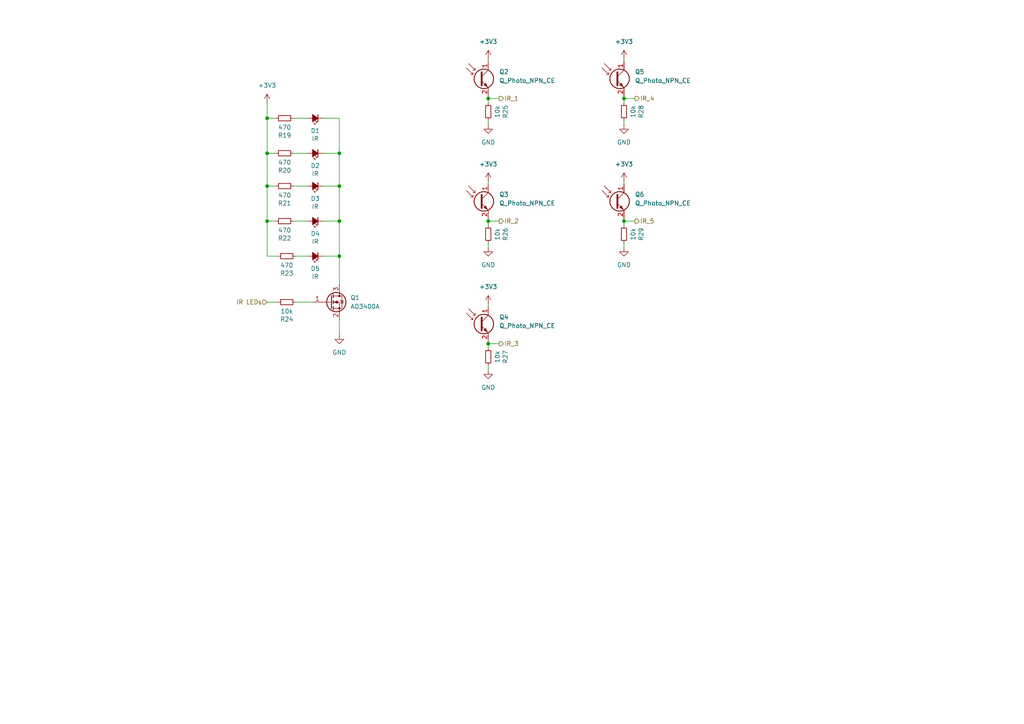
<source format=kicad_sch>
(kicad_sch (version 20210621) (generator eeschema)
  (paper "A4")
  (lib_symbols
    (symbol "Device:LED_Small_ALT" (pin_numbers hide) (pin_names (offset 0.254) hide)
      (property "Reference" "D" (at -1.27 3.175 0))
      (property "Value" "Device_LED_Small_ALT" (at -4.445 -2.54 0))
      (symbol "LED_Small_ALT_0_1"
        (polyline (pts (xy -0.762 -1.016) (xy -0.762 1.016)) (stroke (width 0.254)))
        (polyline (pts (xy 1.016 0) (xy -0.762 0)))
        (polyline (pts (xy 0.762 -1.016) (xy -0.762 0) (xy 0.762 1.016) (xy 0.762 -1.016)) (stroke (width 0.254)) (fill (type outline)))
        (polyline (pts (xy 0 0.762) (xy -0.508 1.27) (xy -0.254 1.27) (xy -0.508 1.27) (xy -0.508 1.016)))
        (polyline (pts (xy 0.508 1.27) (xy 0 1.778) (xy 0.254 1.778) (xy 0 1.778) (xy 0 1.524)))
      )
      (symbol "LED_Small_ALT_1_1"
        (pin passive line (at -2.54 0 0) (length 1.778) (name "K") (number "1"))
        (pin passive line (at 2.54 0 180) (length 1.778) (name "A") (number "2"))
      )
    )
    (symbol "Device:Q_Photo_NPN_CE" (pin_names (offset 0) hide)
      (property "Reference" "Q" (at 5.08 1.27 0))
      (property "Value" "Q_Photo_NPN_CE" (at 5.08 -1.27 0))
      (symbol "Q_Photo_NPN_CE_0_1"
        (polyline (pts (xy -1.905 1.27) (xy -2.54 1.27)))
        (polyline (pts (xy -1.27 2.54) (xy -1.905 2.54)))
        (polyline (pts (xy 0.635 0.635) (xy 2.54 2.54)))
        (polyline (pts (xy -3.81 3.175) (xy -1.905 1.27) (xy -1.905 1.905)))
        (polyline (pts (xy -3.175 4.445) (xy -1.27 2.54) (xy -1.27 3.175)))
        (polyline (pts (xy 0.635 -0.635) (xy 2.54 -2.54) (xy 2.54 -2.54)))
        (polyline (pts (xy 0.635 1.905) (xy 0.635 -1.905) (xy 0.635 -1.905)) (stroke (width 0.508)))
        (polyline (pts (xy 1.27 -1.778) (xy 1.778 -1.27) (xy 2.286 -2.286) (xy 1.27 -1.778) (xy 1.27 -1.778)) (fill (type outline)))
        (circle (center 1.27 0) (radius 2.8194) (stroke (width 0.254)))
      )
      (symbol "Q_Photo_NPN_CE_1_1"
        (pin passive line (at 2.54 5.08 270) (length 2.54) (name "C") (number "1"))
        (pin passive line (at 2.54 -5.08 90) (length 2.54) (name "E") (number "2"))
      )
    )
    (symbol "Device:R_Small" (pin_numbers hide) (pin_names (offset 0.254) hide)
      (property "Reference" "R" (at 0.762 0.508 0))
      (property "Value" "R_Small" (at 0.762 -1.016 0))
      (symbol "R_Small_0_1"
        (rectangle (start -0.762 1.778) (end 0.762 -1.778) (stroke (width 0.2032)))
      )
      (symbol "R_Small_1_1"
        (pin passive line (at 0 2.54 270) (length 0.762) (name "~") (number "1"))
        (pin passive line (at 0 -2.54 90) (length 0.762) (name "~") (number "2"))
      )
    )
    (symbol "Transistor_FET:AO3400A" (pin_names hide)
      (property "Reference" "Q" (at 5.08 1.905 0))
      (property "Value" "AO3400A" (at 5.08 0 0))
      (symbol "AO3400A_0_1"
        (polyline (pts (xy 0.254 0) (xy -2.54 0)))
        (polyline (pts (xy 0.254 1.905) (xy 0.254 -1.905)) (stroke (width 0.254)))
        (polyline (pts (xy 0.762 -1.27) (xy 0.762 -2.286)) (stroke (width 0.254)))
        (polyline (pts (xy 0.762 0.508) (xy 0.762 -0.508)) (stroke (width 0.254)))
        (polyline (pts (xy 0.762 2.286) (xy 0.762 1.27)) (stroke (width 0.254)))
        (polyline (pts (xy 2.54 2.54) (xy 2.54 1.778)))
        (polyline (pts (xy 2.54 -2.54) (xy 2.54 0) (xy 0.762 0)))
        (polyline (pts (xy 0.762 -1.778) (xy 3.302 -1.778) (xy 3.302 1.778) (xy 0.762 1.778)))
        (polyline (pts (xy 1.016 0) (xy 2.032 0.381) (xy 2.032 -0.381) (xy 1.016 0)) (fill (type outline)))
        (polyline (pts (xy 2.794 0.508) (xy 2.921 0.381) (xy 3.683 0.381) (xy 3.81 0.254)))
        (polyline (pts (xy 3.302 0.381) (xy 2.921 -0.254) (xy 3.683 -0.254) (xy 3.302 0.381)))
        (circle (center 1.651 0) (radius 2.794) (stroke (width 0.254)))
        (circle (center 2.54 -1.778) (radius 0.254) (fill (type outline)))
        (circle (center 2.54 1.778) (radius 0.254) (fill (type outline)))
      )
      (symbol "AO3400A_1_1"
        (pin input line (at -5.08 0 0) (length 2.54) (name "G") (number "1"))
        (pin passive line (at 2.54 -5.08 90) (length 2.54) (name "S") (number "2"))
        (pin passive line (at 2.54 5.08 270) (length 2.54) (name "D") (number "3"))
      )
    )
    (symbol "power:+3V3" (power) (pin_names (offset 0))
      (property "Value" "+3V3" (at 0 3.556 0))
      (symbol "+3V3_0_1"
        (polyline (pts (xy -0.762 1.27) (xy 0 2.54)))
        (polyline (pts (xy 0 0) (xy 0 2.54)))
        (polyline (pts (xy 0 2.54) (xy 0.762 1.27)))
      )
      (symbol "+3V3_1_1"
        (pin power_in line (at 0 0 90) (length 0) hide (name "+3V3") (number "1"))
      )
    )
    (symbol "power:GND" (power) (pin_names (offset 0))
      (property "Value" "GND" (at 0 -3.81 0))
      (symbol "GND_0_1"
        (polyline (pts (xy 0 0) (xy 0 -1.27) (xy 1.27 -1.27) (xy 0 -2.54) (xy -1.27 -1.27) (xy 0 -1.27)))
      )
      (symbol "GND_1_1"
        (pin power_in line (at 0 0 270) (length 0) hide (name "GND") (number "1"))
      )
    )
  )
  (junction (at 98.425 74.295))
  (junction (at 98.425 53.975))
  (junction (at 98.425 44.45))
  (junction (at 98.425 64.135))
  (junction (at 77.47 64.135))
  (junction (at 77.47 44.45))
  (junction (at 141.605 64.135))
  (junction (at 77.47 34.29))
  (junction (at 180.975 64.135))
  (junction (at 180.975 28.575))
  (junction (at 141.605 99.695))
  (junction (at 77.47 53.975))
  (junction (at 141.605 28.575))
  (wire (pts (xy 77.47 29.845) (xy 77.47 34.29)))
  (wire (pts (xy 85.09 44.45) (xy 88.9 44.45)))
  (wire (pts (xy 77.47 64.135) (xy 77.47 53.975)))
  (wire (pts (xy 80.01 64.135) (xy 77.47 64.135)))
  (wire (pts (xy 180.975 28.575) (xy 184.15 28.575)))
  (wire (pts (xy 77.47 34.29) (xy 80.01 34.29)))
  (wire (pts (xy 180.975 28.575) (xy 180.975 29.845)))
  (wire (pts (xy 180.975 34.925) (xy 180.975 36.195)))
  (wire (pts (xy 141.605 34.925) (xy 141.605 36.195)))
  (wire (pts (xy 141.605 28.575) (xy 144.78 28.575)))
  (wire (pts (xy 85.725 74.295) (xy 88.9 74.295)))
  (wire (pts (xy 180.975 17.145) (xy 180.975 17.78)))
  (wire (pts (xy 141.605 63.5) (xy 141.605 64.135)))
  (wire (pts (xy 93.98 53.975) (xy 98.425 53.975)))
  (wire (pts (xy 85.09 34.29) (xy 88.9 34.29)))
  (wire (pts (xy 141.605 99.695) (xy 141.605 100.965)))
  (wire (pts (xy 141.605 70.485) (xy 141.605 71.755)))
  (wire (pts (xy 85.725 87.63) (xy 90.805 87.63)))
  (wire (pts (xy 180.975 64.135) (xy 184.15 64.135)))
  (wire (pts (xy 80.01 53.975) (xy 77.47 53.975)))
  (wire (pts (xy 77.47 53.975) (xy 77.47 44.45)))
  (wire (pts (xy 180.975 52.705) (xy 180.975 53.34)))
  (wire (pts (xy 93.98 64.135) (xy 98.425 64.135)))
  (wire (pts (xy 141.605 99.06) (xy 141.605 99.695)))
  (wire (pts (xy 85.09 53.975) (xy 88.9 53.975)))
  (wire (pts (xy 141.605 64.135) (xy 144.78 64.135)))
  (wire (pts (xy 141.605 99.695) (xy 144.78 99.695)))
  (wire (pts (xy 180.975 64.135) (xy 180.975 65.405)))
  (wire (pts (xy 141.605 106.045) (xy 141.605 107.315)))
  (wire (pts (xy 141.605 17.145) (xy 141.605 17.78)))
  (wire (pts (xy 77.47 44.45) (xy 77.47 34.29)))
  (wire (pts (xy 80.01 44.45) (xy 77.47 44.45)))
  (wire (pts (xy 141.605 88.265) (xy 141.605 88.9)))
  (wire (pts (xy 85.09 64.135) (xy 88.9 64.135)))
  (wire (pts (xy 180.975 70.485) (xy 180.975 71.755)))
  (wire (pts (xy 141.605 64.135) (xy 141.605 65.405)))
  (wire (pts (xy 98.425 92.71) (xy 98.425 97.155)))
  (wire (pts (xy 98.425 53.975) (xy 98.425 64.135)))
  (wire (pts (xy 98.425 44.45) (xy 98.425 53.975)))
  (wire (pts (xy 93.98 34.29) (xy 98.425 34.29)))
  (wire (pts (xy 98.425 34.29) (xy 98.425 44.45)))
  (wire (pts (xy 98.425 64.135) (xy 98.425 74.295)))
  (wire (pts (xy 98.425 74.295) (xy 98.425 82.55)))
  (wire (pts (xy 141.605 52.705) (xy 141.605 53.34)))
  (wire (pts (xy 77.47 87.63) (xy 80.645 87.63)))
  (wire (pts (xy 141.605 28.575) (xy 141.605 29.845)))
  (wire (pts (xy 141.605 27.94) (xy 141.605 28.575)))
  (wire (pts (xy 93.98 44.45) (xy 98.425 44.45)))
  (wire (pts (xy 77.47 74.295) (xy 77.47 64.135)))
  (wire (pts (xy 80.645 74.295) (xy 77.47 74.295)))
  (wire (pts (xy 93.98 74.295) (xy 98.425 74.295)))
  (wire (pts (xy 180.975 63.5) (xy 180.975 64.135)))
  (wire (pts (xy 180.975 27.94) (xy 180.975 28.575)))
  (hierarchical_label "IR LEDs" (shape input) (at 77.47 87.63 180))
  (hierarchical_label "IR_2" (shape output) (at 144.78 64.135 0))
  (hierarchical_label "IR_4" (shape output) (at 184.15 28.575 0))
  (hierarchical_label "IR_5" (shape output) (at 184.15 64.135 0))
  (hierarchical_label "IR_1" (shape output) (at 144.78 28.575 0))
  (hierarchical_label "IR_3" (shape output) (at 144.78 99.695 0))
  (symbol (lib_id "power:GND") (at 141.605 107.315 0) (unit 1)
    (property "Reference" "#PWR021" (effects hide))
    (property "Value" "GND" (at 141.605 112.395 0))
  )
  (symbol (lib_id "Device:Q_Photo_NPN_CE") (at 139.065 93.98 0) (unit 1)
    (property "Reference" "Q4" (at 144.78 91.9606 0) (effects (justify left)))
    (property "Value" "Q_Photo_NPN_CE" (at 144.78 94.5006 0) (effects (justify left)))
    (property "Footprint" "LED_THT:LED_D3.0mm_IRBlack" (effects hide))
  )
  (symbol (lib_id "Device:R_Small") (at 141.605 67.945 180) (unit 1)
    (property "Reference" "R26" (at 146.5834 67.945 90))
    (property "Value" "10k" (at 144.272 67.945 90))
    (property "Footprint" "Resistor_SMD:R_0805_2012Metric_Pad1.20x1.40mm_HandSolder" (effects hide))
  )
  (symbol (lib_id "power:GND") (at 141.605 71.755 0) (unit 1)
    (property "Reference" "#PWR019" (effects hide))
    (property "Value" "GND" (at 141.605 76.835 0))
  )
  (symbol (lib_id "Device:R_Small") (at 83.185 74.295 90) (unit 1)
    (property "Reference" "R23" (at 83.185 79.2734 90))
    (property "Value" "470" (at 83.185 76.962 90))
    (property "Footprint" "Resistor_SMD:R_0805_2012Metric_Pad1.20x1.40mm_HandSolder" (effects hide))
  )
  (symbol (lib_id "Device:Q_Photo_NPN_CE") (at 139.065 22.86 0) (unit 1)
    (property "Reference" "Q2" (at 144.78 20.8406 0) (effects (justify left)))
    (property "Value" "Q_Photo_NPN_CE" (at 144.78 23.3806 0) (effects (justify left)))
    (property "Footprint" "LED_THT:LED_D3.0mm_IRBlack" (effects hide))
  )
  (symbol (lib_id "Device:R_Small") (at 82.55 44.45 90) (unit 1)
    (property "Reference" "R20" (at 82.55 49.4284 90))
    (property "Value" "470" (at 82.55 47.117 90))
    (property "Footprint" "Resistor_SMD:R_0805_2012Metric_Pad1.20x1.40mm_HandSolder" (effects hide))
  )
  (symbol (lib_id "Device:R_Small") (at 180.975 32.385 180) (unit 1)
    (property "Reference" "R28" (at 185.9534 32.385 90))
    (property "Value" "10k" (at 183.642 32.385 90))
    (property "Footprint" "Resistor_SMD:R_0805_2012Metric_Pad1.20x1.40mm_HandSolder" (effects hide))
  )
  (symbol (lib_id "power:GND") (at 180.975 36.195 0) (unit 1)
    (property "Reference" "#PWR023" (effects hide))
    (property "Value" "GND" (at 180.975 41.275 0))
  )
  (symbol (lib_id "Device:LED_Small_ALT") (at 91.44 34.29 180) (unit 1)
    (property "Reference" "D1" (at 91.44 37.9222 0))
    (property "Value" "IR" (at 91.44 40.2336 0))
    (property "Footprint" "LED_THT:LED_D5.0mm" (effects hide))
  )
  (symbol (lib_id "Device:R_Small") (at 82.55 34.29 90) (unit 1)
    (property "Reference" "R19" (at 82.55 39.2684 90))
    (property "Value" "470" (at 82.55 36.957 90))
    (property "Footprint" "Resistor_SMD:R_0805_2012Metric_Pad1.20x1.40mm_HandSolder" (effects hide))
  )
  (symbol (lib_id "Device:Q_Photo_NPN_CE") (at 178.435 22.86 0) (unit 1)
    (property "Reference" "Q5" (at 184.15 20.8406 0) (effects (justify left)))
    (property "Value" "Q_Photo_NPN_CE" (at 184.15 23.3806 0) (effects (justify left)))
    (property "Footprint" "LED_THT:LED_D3.0mm_IRBlack" (effects hide))
  )
  (symbol (lib_id "power:+3V3") (at 180.975 52.705 0) (unit 1)
    (property "Reference" "#PWR024" (effects hide))
    (property "Value" "+3V3" (at 180.975 47.625 0))
  )
  (symbol (lib_id "Transistor_FET:AO3400A") (at 95.885 87.63 0) (unit 1)
    (property "Reference" "Q1" (at 101.6 86.3599 0) (effects (justify left)))
    (property "Value" "AO3400A" (at 101.6 88.8999 0) (effects (justify left)))
    (property "Footprint" "Package_TO_SOT_SMD:SOT-23" (effects hide))
    (property "Datasheet" "http://www.aosmd.com/pdfs/datasheet/AO3400A.pdf" (effects hide))
  )
  (symbol (lib_id "Device:R_Small") (at 141.605 103.505 180) (unit 1)
    (property "Reference" "R27" (at 146.5834 103.505 90))
    (property "Value" "10k" (at 144.272 103.505 90))
    (property "Footprint" "Resistor_SMD:R_0805_2012Metric_Pad1.20x1.40mm_HandSolder" (effects hide))
  )
  (symbol (lib_id "Device:R_Small") (at 180.975 67.945 180) (unit 1)
    (property "Reference" "R29" (at 185.9534 67.945 90))
    (property "Value" "10k" (at 183.642 67.945 90))
    (property "Footprint" "Resistor_SMD:R_0805_2012Metric_Pad1.20x1.40mm_HandSolder" (effects hide))
  )
  (symbol (lib_id "Device:LED_Small_ALT") (at 91.44 44.45 180) (unit 1)
    (property "Reference" "D2" (at 91.44 48.0822 0))
    (property "Value" "IR" (at 91.44 50.3936 0))
    (property "Footprint" "LED_THT:LED_D5.0mm" (effects hide))
  )
  (symbol (lib_id "Device:Q_Photo_NPN_CE") (at 139.065 58.42 0) (unit 1)
    (property "Reference" "Q3" (at 144.78 56.4006 0) (effects (justify left)))
    (property "Value" "Q_Photo_NPN_CE" (at 144.78 58.9406 0) (effects (justify left)))
    (property "Footprint" "LED_THT:LED_D3.0mm_IRBlack" (effects hide))
  )
  (symbol (lib_id "power:GND") (at 180.975 71.755 0) (unit 1)
    (property "Reference" "#PWR025" (effects hide))
    (property "Value" "GND" (at 180.975 76.835 0))
  )
  (symbol (lib_id "Device:LED_Small_ALT") (at 91.44 64.135 180) (unit 1)
    (property "Reference" "D4" (at 91.44 67.7672 0))
    (property "Value" "IR" (at 91.44 70.0786 0))
    (property "Footprint" "LED_THT:LED_D5.0mm" (effects hide))
  )
  (symbol (lib_id "power:+3V3") (at 141.605 88.265 0) (unit 1)
    (property "Reference" "#PWR020" (effects hide))
    (property "Value" "+3V3" (at 141.605 83.185 0))
  )
  (symbol (lib_id "Device:R_Small") (at 82.55 53.975 90) (unit 1)
    (property "Reference" "R21" (at 82.55 58.9534 90))
    (property "Value" "470" (at 82.55 56.642 90))
    (property "Footprint" "Resistor_SMD:R_0805_2012Metric_Pad1.20x1.40mm_HandSolder" (effects hide))
  )
  (symbol (lib_id "power:+3V3") (at 141.605 17.145 0) (unit 1)
    (property "Reference" "#PWR016" (effects hide))
    (property "Value" "+3V3" (at 141.605 12.065 0))
  )
  (symbol (lib_id "power:+3V3") (at 180.975 17.145 0) (unit 1)
    (property "Reference" "#PWR022" (effects hide))
    (property "Value" "+3V3" (at 180.975 12.065 0))
  )
  (symbol (lib_id "power:+3V3") (at 141.605 52.705 0) (unit 1)
    (property "Reference" "#PWR018" (effects hide))
    (property "Value" "+3V3" (at 141.605 47.625 0))
  )
  (symbol (lib_id "power:GND") (at 141.605 36.195 0) (unit 1)
    (property "Reference" "#PWR017" (effects hide))
    (property "Value" "GND" (at 141.605 41.275 0))
  )
  (symbol (lib_id "Device:R_Small") (at 82.55 64.135 90) (unit 1)
    (property "Reference" "R22" (at 82.55 69.1134 90))
    (property "Value" "470" (at 82.55 66.802 90))
    (property "Footprint" "Resistor_SMD:R_0805_2012Metric_Pad1.20x1.40mm_HandSolder" (effects hide))
  )
  (symbol (lib_id "power:GND") (at 98.425 97.155 0) (unit 1)
    (property "Reference" "#PWR015" (effects hide))
    (property "Value" "GND" (at 98.425 102.235 0))
  )
  (symbol (lib_id "Device:Q_Photo_NPN_CE") (at 178.435 58.42 0) (unit 1)
    (property "Reference" "Q6" (at 184.15 56.4006 0) (effects (justify left)))
    (property "Value" "Q_Photo_NPN_CE" (at 184.15 58.9406 0) (effects (justify left)))
    (property "Footprint" "LED_THT:LED_D3.0mm_IRBlack" (effects hide))
  )
  (symbol (lib_id "Device:R_Small") (at 83.185 87.63 90) (unit 1)
    (property "Reference" "R24" (at 83.185 92.6084 90))
    (property "Value" "10k" (at 83.185 90.297 90))
    (property "Footprint" "Resistor_SMD:R_0805_2012Metric_Pad1.20x1.40mm_HandSolder" (effects hide))
  )
  (symbol (lib_id "power:+3V3") (at 77.47 29.845 0) (unit 1)
    (property "Reference" "#PWR014" (effects hide))
    (property "Value" "+3V3" (at 77.47 24.765 0))
  )
  (symbol (lib_id "Device:LED_Small_ALT") (at 91.44 53.975 180) (unit 1)
    (property "Reference" "D3" (at 91.44 57.6072 0))
    (property "Value" "IR" (at 91.44 59.9186 0))
    (property "Footprint" "LED_THT:LED_D5.0mm" (effects hide))
  )
  (symbol (lib_id "Device:R_Small") (at 141.605 32.385 180) (unit 1)
    (property "Reference" "R25" (at 146.5834 32.385 90))
    (property "Value" "10k" (at 144.272 32.385 90))
    (property "Footprint" "Resistor_SMD:R_0805_2012Metric_Pad1.20x1.40mm_HandSolder" (effects hide))
  )
  (symbol (lib_id "Device:LED_Small_ALT") (at 91.44 74.295 180) (unit 1)
    (property "Reference" "D5" (at 91.44 77.9272 0))
    (property "Value" "IR" (at 91.44 80.2386 0))
    (property "Footprint" "LED_THT:LED_D5.0mm" (effects hide))
  )
)
</source>
